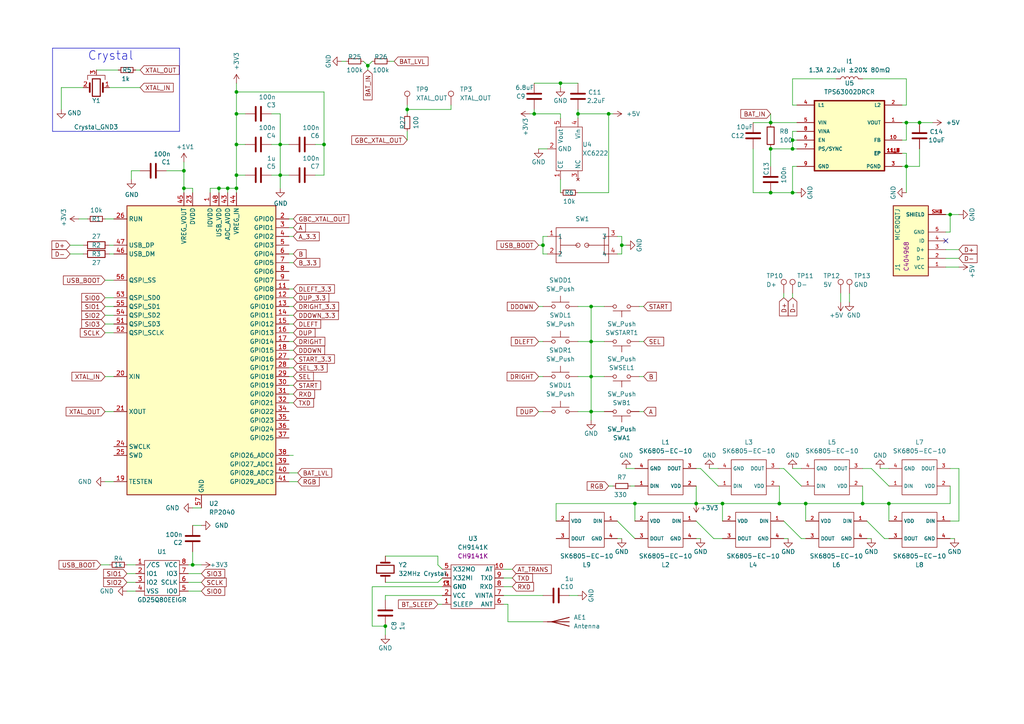
<source format=kicad_sch>
(kicad_sch (version 20230121) (generator eeschema)
  (paper "A4")
  (junction (at 330.2 43.18))
  (junction (at 66.04 54.61))
  (junction (at 229.87 40.64))
  (junction (at 262.89 35.56))
  (junction (at 226.06 146.05))
  (junction (at 171.45 99.06))
  (junction (at 157.48 71.12))
  (junction (at 184.15 146.05))
  (junction (at 223.52 55.88))
  (junction (at 350.52 123.19))
  (junction (at 350.52 22.86))
  (junction (at 350.52 83.82))
  (junction (at 233.68 146.05))
  (junction (at 53.34 49.53))
  (junction (at 154.94 33.02))
  (junction (at 176.53 33.02))
  (junction (at 68.58 33.02))
  (junction (at 350.52 63.5))
  (junction (at 223.52 43.18))
  (junction (at 330.2 53.34))
  (junction (at 359.41 142.24))
  (junction (at 118.11 31.75))
  (junction (at 167.64 33.02))
  (junction (at 201.93 146.05))
  (junction (at 330.2 31.75))
  (junction (at 106.68 19.05))
  (junction (at 330.2 63.5))
  (junction (at 330.2 123.19))
  (junction (at 350.52 142.24))
  (junction (at 209.55 146.05))
  (junction (at 63.5 54.61))
  (junction (at 346.71 43.18))
  (junction (at 93.98 41.91))
  (junction (at 262.89 48.26))
  (junction (at 68.58 54.61))
  (junction (at 330.2 111.76))
  (junction (at 266.7 35.56))
  (junction (at 346.71 123.19))
  (junction (at 68.58 26.67))
  (junction (at 350.52 162.56))
  (junction (at 171.45 88.9))
  (junction (at 330.2 12.7))
  (junction (at 359.41 43.18))
  (junction (at 229.87 43.18))
  (junction (at 350.52 43.18))
  (junction (at 330.2 83.82))
  (junction (at 68.58 50.8))
  (junction (at 180.34 71.12))
  (junction (at 330.2 162.56))
  (junction (at 171.45 109.22))
  (junction (at 359.41 162.56))
  (junction (at 162.56 24.13))
  (junction (at 350.52 102.87))
  (junction (at 330.2 72.39))
  (junction (at 346.71 162.56))
  (junction (at 81.28 41.91))
  (junction (at 229.87 55.88))
  (junction (at 68.58 41.91))
  (junction (at 330.2 142.24))
  (junction (at 330.2 22.86))
  (junction (at 330.2 102.87))
  (junction (at 53.34 54.61))
  (junction (at 346.71 83.82))
  (junction (at 330.2 132.08))
  (junction (at 55.88 163.83))
  (junction (at 223.52 35.56))
  (junction (at 111.76 181.61))
  (junction (at 81.28 50.8))
  (junction (at 250.19 146.05))
  (junction (at 257.81 146.05))
  (junction (at 359.41 22.86))
  (junction (at 330.2 151.13))
  (junction (at 275.59 62.23))
  (junction (at 171.45 119.38))
  (junction (at 330.2 92.71))
  (no_connect (at 274.32 69.85))
  (wire (pts (xy 31.75 25.4) (xy 40.64 25.4)))
  (wire (pts (xy 330.2 72.39) (xy 330.2 73.66)))
  (wire (pts (xy 39.37 20.32) (xy 40.64 20.32)))
  (wire (pts (xy 341.63 115.57) (xy 341.63 111.76)))
  (wire (pts (xy 207.01 156.21) (xy 201.93 151.13)))
  (wire (pts (xy 330.2 12.7) (xy 330.2 13.97)))
  (wire (pts (xy 83.82 137.16) (xy 86.36 137.16)))
  (wire (pts (xy 36.83 166.37) (xy 39.37 166.37)))
  (wire (pts (xy 171.45 109.22) (xy 175.26 109.22)))
  (wire (pts (xy 55.88 160.02) (xy 55.88 163.83)))
  (wire (pts (xy 327.66 123.19) (xy 330.2 123.19)))
  (wire (pts (xy 201.93 156.21) (xy 203.2 156.21)))
  (wire (pts (xy 327.66 92.71) (xy 330.2 92.71)))
  (wire (pts (xy 226.06 135.89) (xy 227.33 135.89)))
  (wire (pts (xy 83.82 101.6) (xy 85.09 101.6)))
  (wire (pts (xy 83.82 73.66) (xy 85.09 73.66)))
  (wire (pts (xy 27.94 20.32) (xy 34.29 20.32)))
  (wire (pts (xy 350.52 72.39) (xy 350.52 73.66)))
  (wire (pts (xy 205.74 135.89) (xy 208.28 135.89)))
  (wire (pts (xy 262.89 44.45) (xy 261.62 44.45)))
  (wire (pts (xy 330.2 132.08) (xy 330.2 133.35)))
  (wire (pts (xy 111.76 181.61) (xy 111.76 184.15)))
  (wire (pts (xy 22.86 63.5) (xy 25.4 63.5)))
  (wire (pts (xy 330.2 151.13) (xy 330.2 152.4)))
  (wire (pts (xy 229.87 22.86) (xy 229.87 30.48)))
  (wire (pts (xy 275.59 140.97) (xy 275.59 146.05)))
  (wire (pts (xy 327.66 12.7) (xy 330.2 12.7)))
  (wire (pts (xy 341.63 72.39) (xy 330.2 72.39)))
  (wire (pts (xy 83.82 106.68) (xy 85.09 106.68)))
  (wire (pts (xy 218.44 35.56) (xy 223.52 35.56)))
  (wire (pts (xy 330.2 123.19) (xy 330.2 120.65)))
  (wire (pts (xy 93.98 26.67) (xy 68.58 26.67)))
  (wire (pts (xy 66.04 54.61) (xy 68.58 54.61)))
  (wire (pts (xy 223.52 33.02) (xy 223.52 35.56)))
  (wire (pts (xy 171.45 119.38) (xy 175.26 119.38)))
  (wire (pts (xy 330.2 53.34) (xy 341.63 53.34)))
  (wire (pts (xy 223.52 43.18) (xy 223.52 48.26)))
  (wire (pts (xy 255.27 135.89) (xy 257.81 135.89)))
  (wire (pts (xy 203.2 135.89) (xy 208.28 140.97)))
  (wire (pts (xy 336.55 83.82) (xy 330.2 83.82)))
  (wire (pts (xy 327.66 162.56) (xy 330.2 162.56)))
  (wire (pts (xy 157.48 68.58) (xy 158.75 68.58)))
  (wire (pts (xy 350.52 21.59) (xy 350.52 22.86)))
  (wire (pts (xy 201.93 135.89) (xy 203.2 135.89)))
  (wire (pts (xy 176.53 140.97) (xy 177.8 140.97)))
  (wire (pts (xy 350.52 31.75) (xy 350.52 33.02)))
  (wire (pts (xy 107.95 181.61) (xy 111.76 181.61)))
  (wire (pts (xy 278.13 135.89) (xy 278.13 151.13)))
  (wire (pts (xy 330.2 31.75) (xy 330.2 33.02)))
  (wire (pts (xy 167.64 88.9) (xy 171.45 88.9)))
  (wire (pts (xy 223.52 55.88) (xy 229.87 55.88)))
  (wire (pts (xy 106.68 19.05) (xy 106.68 20.32)))
  (wire (pts (xy 231.14 38.1) (xy 229.87 38.1)))
  (wire (pts (xy 209.55 146.05) (xy 226.06 146.05)))
  (wire (pts (xy 167.64 33.02) (xy 176.53 33.02)))
  (wire (pts (xy 68.58 50.8) (xy 68.58 54.61)))
  (wire (pts (xy 209.55 146.05) (xy 209.55 151.13)))
  (wire (pts (xy 146.05 167.64) (xy 148.59 167.64)))
  (wire (pts (xy 223.52 35.56) (xy 231.14 35.56)))
  (wire (pts (xy 350.52 151.13) (xy 350.52 152.4)))
  (polyline (pts (xy 15.24 13.97) (xy 15.24 38.1)))
  (wire (pts (xy 83.82 66.04) (xy 85.09 66.04)))
  (wire (pts (xy 350.52 43.18) (xy 359.41 43.18)))
  (wire (pts (xy 111.76 172.72) (xy 111.76 173.99)))
  (wire (pts (xy 242.57 22.86) (xy 229.87 22.86)))
  (wire (pts (xy 262.89 48.26) (xy 262.89 55.88)))
  (wire (pts (xy 83.82 132.08) (xy 85.09 132.08)))
  (wire (pts (xy 229.87 30.48) (xy 231.14 30.48)))
  (wire (pts (xy 227.33 156.21) (xy 228.6 156.21)))
  (wire (pts (xy 327.66 132.08) (xy 330.2 132.08)))
  (wire (pts (xy 53.34 54.61) (xy 55.88 54.61)))
  (polyline (pts (xy 52.07 38.1) (xy 15.24 38.1)))
  (wire (pts (xy 229.87 48.26) (xy 231.14 48.26)))
  (wire (pts (xy 127 168.91) (xy 128.27 167.64)))
  (wire (pts (xy 81.28 50.8) (xy 78.74 50.8)))
  (wire (pts (xy 262.89 40.64) (xy 262.89 35.56)))
  (wire (pts (xy 350.52 62.23) (xy 350.52 63.5)))
  (wire (pts (xy 29.21 163.83) (xy 31.75 163.83)))
  (wire (pts (xy 78.74 33.02) (xy 81.28 33.02)))
  (wire (pts (xy 341.63 154.94) (xy 341.63 151.13)))
  (wire (pts (xy 226.06 146.05) (xy 233.68 146.05)))
  (wire (pts (xy 275.59 135.89) (xy 278.13 135.89)))
  (wire (pts (xy 157.48 73.66) (xy 158.75 73.66)))
  (wire (pts (xy 330.2 22.86) (xy 335.28 22.86)))
  (wire (pts (xy 55.88 54.61) (xy 55.88 55.88)))
  (wire (pts (xy 209.55 156.21) (xy 207.01 156.21)))
  (wire (pts (xy 346.71 43.18) (xy 350.52 43.18)))
  (wire (pts (xy 246.38 85.09) (xy 246.38 87.63)))
  (wire (pts (xy 63.5 54.61) (xy 66.04 54.61)))
  (wire (pts (xy 231.14 40.64) (xy 229.87 40.64)))
  (wire (pts (xy 167.64 31.75) (xy 167.64 33.02)))
  (wire (pts (xy 341.63 92.71) (xy 341.63 95.25)))
  (wire (pts (xy 180.34 71.12) (xy 181.61 71.12)))
  (wire (pts (xy 350.52 43.18) (xy 350.52 40.64)))
  (wire (pts (xy 68.58 41.91) (xy 71.12 41.91)))
  (wire (pts (xy 93.98 41.91) (xy 93.98 50.8)))
  (wire (pts (xy 330.2 140.97) (xy 330.2 142.24)))
  (wire (pts (xy 330.2 62.23) (xy 330.2 63.5)))
  (wire (pts (xy 107.95 170.18) (xy 107.95 181.61)))
  (wire (pts (xy 330.2 21.59) (xy 330.2 22.86)))
  (wire (pts (xy 327.66 22.86) (xy 330.2 22.86)))
  (wire (pts (xy 54.61 171.45) (xy 58.42 171.45)))
  (wire (pts (xy 171.45 99.06) (xy 175.26 99.06)))
  (wire (pts (xy 48.26 49.53) (xy 53.34 49.53)))
  (wire (pts (xy 243.84 85.09) (xy 243.84 87.63)))
  (wire (pts (xy 156.21 119.38) (xy 157.48 119.38)))
  (wire (pts (xy 229.87 55.88) (xy 231.14 55.88)))
  (wire (pts (xy 156.21 43.18) (xy 158.75 43.18)))
  (wire (pts (xy 201.93 146.05) (xy 209.55 146.05)))
  (wire (pts (xy 156.21 71.12) (xy 157.48 71.12)))
  (wire (pts (xy 68.58 24.13) (xy 68.58 26.67)))
  (wire (pts (xy 275.59 156.21) (xy 276.86 156.21)))
  (wire (pts (xy 359.41 43.18) (xy 360.68 43.18)))
  (wire (pts (xy 274.32 77.47) (xy 278.13 77.47)))
  (wire (pts (xy 250.19 135.89) (xy 252.73 135.89)))
  (wire (pts (xy 154.94 31.75) (xy 154.94 33.02)))
  (wire (pts (xy 81.28 50.8) (xy 81.28 54.61)))
  (wire (pts (xy 330.2 102.87) (xy 335.28 102.87)))
  (wire (pts (xy 179.07 73.66) (xy 180.34 73.66)))
  (wire (pts (xy 350.52 123.19) (xy 360.68 123.19)))
  (wire (pts (xy 83.82 93.98) (xy 85.09 93.98)))
  (wire (pts (xy 233.68 156.21) (xy 232.41 156.21)))
  (wire (pts (xy 341.63 12.7) (xy 341.63 15.24)))
  (wire (pts (xy 91.44 41.91) (xy 93.98 41.91)))
  (wire (pts (xy 330.2 162.56) (xy 330.2 160.02)))
  (wire (pts (xy 346.71 162.56) (xy 350.52 162.56)))
  (wire (pts (xy 83.82 86.36) (xy 85.09 86.36)))
  (wire (pts (xy 266.7 43.18) (xy 266.7 48.26)))
  (wire (pts (xy 359.41 22.86) (xy 360.68 22.86)))
  (wire (pts (xy 257.81 146.05) (xy 275.59 146.05)))
  (wire (pts (xy 229.87 40.64) (xy 229.87 43.18)))
  (wire (pts (xy 350.52 111.76) (xy 350.52 113.03)))
  (wire (pts (xy 93.98 26.67) (xy 93.98 41.91)))
  (wire (pts (xy 162.56 52.07) (xy 162.56 55.88)))
  (wire (pts (xy 274.32 72.39) (xy 278.13 72.39)))
  (wire (pts (xy 107.95 17.78) (xy 106.68 19.05)))
  (wire (pts (xy 262.89 35.56) (xy 266.7 35.56)))
  (wire (pts (xy 184.15 146.05) (xy 201.93 146.05)))
  (wire (pts (xy 78.74 41.91) (xy 81.28 41.91)))
  (wire (pts (xy 184.15 146.05) (xy 184.15 151.13)))
  (wire (pts (xy 167.64 119.38) (xy 171.45 119.38)))
  (wire (pts (xy 147.32 180.34) (xy 157.48 180.34)))
  (wire (pts (xy 30.48 91.44) (xy 33.02 91.44)))
  (wire (pts (xy 106.68 19.05) (xy 105.41 17.78)))
  (wire (pts (xy 262.89 30.48) (xy 261.62 30.48)))
  (wire (pts (xy 162.56 34.29) (xy 162.56 33.02)))
  (wire (pts (xy 36.83 163.83) (xy 39.37 163.83)))
  (wire (pts (xy 180.34 71.12) (xy 180.34 73.66)))
  (wire (pts (xy 350.52 102.87) (xy 360.68 102.87)))
  (wire (pts (xy 171.45 88.9) (xy 175.26 88.9)))
  (wire (pts (xy 63.5 54.61) (xy 63.5 55.88)))
  (wire (pts (xy 350.52 92.71) (xy 350.52 93.98)))
  (wire (pts (xy 66.04 54.61) (xy 66.04 55.88)))
  (wire (pts (xy 161.29 146.05) (xy 161.29 151.13)))
  (wire (pts (xy 30.48 93.98) (xy 33.02 93.98)))
  (wire (pts (xy 130.81 30.48) (xy 130.81 31.75)))
  (wire (pts (xy 68.58 41.91) (xy 68.58 50.8)))
  (wire (pts (xy 347.98 22.86) (xy 350.52 22.86)))
  (wire (pts (xy 186.69 99.06) (xy 185.42 99.06)))
  (wire (pts (xy 266.7 35.56) (xy 270.51 35.56)))
  (wire (pts (xy 179.07 156.21) (xy 180.34 156.21)))
  (wire (pts (xy 182.88 140.97) (xy 184.15 140.97)))
  (wire (pts (xy 233.68 146.05) (xy 250.19 146.05)))
  (wire (pts (xy 71.12 33.02) (xy 68.58 33.02)))
  (wire (pts (xy 146.05 165.1) (xy 148.59 165.1)))
  (wire (pts (xy 350.52 101.6) (xy 350.52 102.87)))
  (wire (pts (xy 53.34 46.99) (xy 53.34 49.53)))
  (wire (pts (xy 350.52 162.56) (xy 359.41 162.56)))
  (wire (pts (xy 31.75 71.12) (xy 33.02 71.12)))
  (wire (pts (xy 127 161.29) (xy 127 163.83)))
  (wire (pts (xy 336.55 162.56) (xy 330.2 162.56)))
  (wire (pts (xy 252.73 135.89) (xy 257.81 140.97)))
  (wire (pts (xy 350.52 12.7) (xy 350.52 13.97)))
  (wire (pts (xy 83.82 88.9) (xy 85.09 88.9)))
  (wire (pts (xy 336.55 123.19) (xy 330.2 123.19)))
  (wire (pts (xy 60.96 55.88) (xy 60.96 54.61)))
  (wire (pts (xy 229.87 38.1) (xy 229.87 40.64)))
  (wire (pts (xy 347.98 102.87) (xy 350.52 102.87)))
  (wire (pts (xy 227.33 85.09) (xy 227.33 86.36)))
  (wire (pts (xy 327.66 83.82) (xy 330.2 83.82)))
  (wire (pts (xy 345.44 83.82) (xy 346.71 83.82)))
  (wire (pts (xy 261.62 40.64) (xy 262.89 40.64)))
  (wire (pts (xy 186.69 109.22) (xy 185.42 109.22)))
  (wire (pts (xy 229.87 85.09) (xy 229.87 86.36)))
  (wire (pts (xy 54.61 163.83) (xy 55.88 163.83)))
  (wire (pts (xy 30.48 86.36) (xy 33.02 86.36)))
  (wire (pts (xy 345.44 162.56) (xy 346.71 162.56)))
  (wire (pts (xy 327.66 43.18) (xy 330.2 43.18)))
  (wire (pts (xy 330.2 53.34) (xy 330.2 54.61)))
  (wire (pts (xy 99.06 17.78) (xy 100.33 17.78)))
  (wire (pts (xy 24.13 71.12) (xy 20.32 71.12)))
  (wire (pts (xy 161.29 146.05) (xy 184.15 146.05)))
  (wire (pts (xy 167.64 34.29) (xy 167.64 33.02)))
  (wire (pts (xy 153.67 33.02) (xy 154.94 33.02)))
  (wire (pts (xy 350.52 140.97) (xy 350.52 142.24)))
  (wire (pts (xy 111.76 172.72) (xy 128.27 172.72)))
  (wire (pts (xy 274.32 62.23) (xy 275.59 62.23)))
  (wire (pts (xy 341.63 111.76) (xy 330.2 111.76)))
  (wire (pts (xy 30.48 109.22) (xy 33.02 109.22)))
  (wire (pts (xy 54.61 168.91) (xy 58.42 168.91)))
  (wire (pts (xy 256.54 156.21) (xy 251.46 151.13)))
  (wire (pts (xy 31.75 73.66) (xy 33.02 73.66)))
  (wire (pts (xy 36.83 168.91) (xy 39.37 168.91)))
  (wire (pts (xy 156.21 88.9) (xy 157.48 88.9)))
  (wire (pts (xy 341.63 35.56) (xy 341.63 31.75)))
  (wire (pts (xy 83.82 111.76) (xy 85.09 111.76)))
  (wire (pts (xy 330.2 92.71) (xy 341.63 92.71)))
  (wire (pts (xy 83.82 99.06) (xy 85.09 99.06)))
  (wire (pts (xy 167.64 55.88) (xy 176.53 55.88)))
  (wire (pts (xy 330.2 43.18) (xy 330.2 40.64)))
  (wire (pts (xy 68.58 26.67) (xy 68.58 33.02)))
  (wire (pts (xy 36.83 171.45) (xy 39.37 171.45)))
  (wire (pts (xy 107.95 170.18) (xy 128.27 170.18)))
  (wire (pts (xy 83.82 114.3) (xy 85.09 114.3)))
  (wire (pts (xy 262.89 22.86) (xy 262.89 30.48)))
  (wire (pts (xy 93.98 50.8) (xy 91.44 50.8)))
  (wire (pts (xy 83.82 109.22) (xy 85.09 109.22)))
  (wire (pts (xy 157.48 71.12) (xy 157.48 73.66)))
  (wire (pts (xy 262.89 44.45) (xy 262.89 48.26)))
  (wire (pts (xy 350.52 132.08) (xy 350.52 133.35)))
  (wire (pts (xy 232.41 156.21) (xy 227.33 151.13)))
  (wire (pts (xy 118.11 31.75) (xy 130.81 31.75)))
  (wire (pts (xy 118.11 38.1) (xy 118.11 40.64)))
  (wire (pts (xy 167.64 99.06) (xy 171.45 99.06)))
  (wire (pts (xy 186.69 119.38) (xy 185.42 119.38)))
  (wire (pts (xy 30.48 139.7) (xy 33.02 139.7)))
  (wire (pts (xy 147.32 175.26) (xy 147.32 180.34)))
  (wire (pts (xy 233.68 146.05) (xy 233.68 151.13)))
  (wire (pts (xy 350.52 162.56) (xy 350.52 160.02)))
  (wire (pts (xy 146.05 172.72) (xy 157.48 172.72)))
  (wire (pts (xy 350.52 53.34) (xy 350.52 54.61)))
  (wire (pts (xy 350.52 83.82) (xy 350.52 81.28)))
  (wire (pts (xy 341.63 151.13) (xy 330.2 151.13)))
  (wire (pts (xy 257.81 146.05) (xy 257.81 151.13)))
  (wire (pts (xy 347.98 142.24) (xy 350.52 142.24)))
  (wire (pts (xy 53.34 49.53) (xy 53.34 54.61)))
  (wire (pts (xy 162.56 24.13) (xy 167.64 24.13)))
  (wire (pts (xy 346.71 123.19) (xy 350.52 123.19)))
  (wire (pts (xy 201.93 140.97) (xy 201.93 146.05)))
  (wire (pts (xy 275.59 62.23) (xy 278.13 62.23)))
  (wire (pts (xy 266.7 48.26) (xy 262.89 48.26)))
  (wire (pts (xy 261.62 35.56) (xy 262.89 35.56)))
  (wire (pts (xy 111.76 168.91) (xy 127 168.91)))
  (wire (pts (xy 30.48 81.28) (xy 33.02 81.28)))
  (wire (pts (xy 350.52 63.5) (xy 360.68 63.5)))
  (wire (pts (xy 30.48 96.52) (xy 33.02 96.52)))
  (wire (pts (xy 68.58 33.02) (xy 68.58 41.91)))
  (wire (pts (xy 17.78 25.4) (xy 24.13 25.4)))
  (wire (pts (xy 171.45 99.06) (xy 171.45 109.22)))
  (wire (pts (xy 30.48 88.9) (xy 33.02 88.9)))
  (wire (pts (xy 345.44 43.18) (xy 346.71 43.18)))
  (wire (pts (xy 275.59 151.13) (xy 278.13 151.13)))
  (wire (pts (xy 345.44 123.19) (xy 346.71 123.19)))
  (wire (pts (xy 55.88 163.83) (xy 58.42 163.83)))
  (wire (pts (xy 40.64 49.53) (xy 38.1 49.53)))
  (wire (pts (xy 327.66 63.5) (xy 330.2 63.5)))
  (polyline (pts (xy 52.07 13.97) (xy 52.07 38.1)))
  (wire (pts (xy 83.82 104.14) (xy 85.09 104.14)))
  (wire (pts (xy 68.58 54.61) (xy 68.58 55.88)))
  (wire (pts (xy 359.41 162.56) (xy 360.68 162.56)))
  (wire (pts (xy 336.55 43.18) (xy 330.2 43.18)))
  (wire (pts (xy 156.21 99.06) (xy 157.48 99.06)))
  (wire (pts (xy 251.46 156.21) (xy 252.73 156.21)))
  (wire (pts (xy 83.82 116.84) (xy 85.09 116.84)))
  (wire (pts (xy 83.82 96.52) (xy 85.09 96.52)))
  (wire (pts (xy 341.63 132.08) (xy 341.63 134.62)))
  (wire (pts (xy 250.19 22.86) (xy 262.89 22.86)))
  (wire (pts (xy 227.33 135.89) (xy 232.41 140.97)))
  (wire (pts (xy 330.2 132.08) (xy 341.63 132.08)))
  (wire (pts (xy 81.28 41.91) (xy 81.28 50.8)))
  (wire (pts (xy 111.76 161.29) (xy 127 161.29)))
  (wire (pts (xy 83.82 83.82) (xy 85.09 83.82)))
  (wire (pts (xy 81.28 41.91) (xy 83.82 41.91)))
  (wire (pts (xy 17.78 25.4) (xy 17.78 31.75)))
  (wire (pts (xy 257.81 156.21) (xy 256.54 156.21)))
  (wire (pts (xy 83.82 63.5) (xy 85.09 63.5)))
  (wire (pts (xy 162.56 33.02) (xy 154.94 33.02)))
  (wire (pts (xy 157.48 68.58) (xy 157.48 71.12)))
  (wire (pts (xy 128.27 165.1) (xy 127 163.83)))
  (wire (pts (xy 341.63 31.75) (xy 330.2 31.75)))
  (wire (pts (xy 184.15 156.21) (xy 179.07 151.13)))
  (wire (pts (xy 113.03 17.78) (xy 114.3 17.78)))
  (wire (pts (xy 229.87 135.89) (xy 232.41 135.89)))
  (wire (pts (xy 274.32 74.93) (xy 278.13 74.93)))
  (wire (pts (xy 171.45 119.38) (xy 171.45 121.92)))
  (wire (pts (xy 229.87 48.26) (xy 229.87 55.88)))
  (wire (pts (xy 330.2 63.5) (xy 335.28 63.5)))
  (wire (pts (xy 83.82 139.7) (xy 86.36 139.7)))
  (wire (pts (xy 327.66 142.24) (xy 330.2 142.24)))
  (wire (pts (xy 38.1 49.53) (xy 38.1 52.07)))
  (wire (pts (xy 330.2 12.7) (xy 341.63 12.7)))
  (wire (pts (xy 330.2 83.82) (xy 330.2 81.28)))
  (wire (pts (xy 350.52 83.82) (xy 360.68 83.82)))
  (wire (pts (xy 118.11 30.48) (xy 118.11 31.75)))
  (wire (pts (xy 176.53 33.02) (xy 177.8 33.02)))
  (wire (pts (xy 341.63 53.34) (xy 341.63 55.88)))
  (wire (pts (xy 68.58 50.8) (xy 71.12 50.8)))
  (wire (pts (xy 186.69 88.9) (xy 185.42 88.9)))
  (wire (pts (xy 180.34 68.58) (xy 180.34 71.12)))
  (wire (pts (xy 179.07 68.58) (xy 180.34 68.58)))
  (wire (pts (xy 30.48 63.5) (xy 33.02 63.5)))
  (wire (pts (xy 127 175.26) (xy 128.27 175.26)))
  (wire (pts (xy 341.63 76.2) (xy 341.63 72.39)))
  (wire (pts (xy 330.2 92.71) (xy 330.2 93.98)))
  (wire (pts (xy 218.44 43.18) (xy 218.44 55.88)))
  (wire (pts (xy 223.52 43.18) (xy 229.87 43.18)))
  (wire (pts (xy 250.19 140.97) (xy 250.19 146.05)))
  (wire (pts (xy 154.94 24.13) (xy 162.56 24.13)))
  (wire (pts (xy 250.19 146.05) (xy 257.81 146.05)))
  (wire (pts (xy 181.61 135.89) (xy 184.15 135.89)))
  (wire (pts (xy 162.56 24.13) (xy 162.56 25.4)))
  (wire (pts (xy 167.64 109.22) (xy 171.45 109.22)))
  (wire (pts (xy 229.87 43.18) (xy 231.14 43.18)))
  (wire (pts (xy 274.32 67.31) (xy 275.59 67.31)))
  (wire (pts (xy 146.05 170.18) (xy 148.59 170.18)))
  (wire (pts (xy 81.28 50.8) (xy 83.82 50.8)))
  (polyline (pts (xy 15.24 13.97) (xy 52.07 13.97)))
  (wire (pts (xy 171.45 109.22) (xy 171.45 119.38)))
  (wire (pts (xy 81.28 33.02) (xy 81.28 41.91)))
  (wire (pts (xy 275.59 67.31) (xy 275.59 62.23)))
  (wire (pts (xy 83.82 68.58) (xy 85.09 68.58)))
  (wire (pts (xy 146.05 175.26) (xy 147.32 175.26)))
  (wire (pts (xy 53.34 54.61) (xy 53.34 55.88)))
  (wire (pts (xy 24.13 73.66) (xy 20.32 73.66)))
  (wire (pts (xy 83.82 91.44) (xy 85.09 91.44)))
  (wire (pts (xy 165.1 172.72) (xy 167.64 172.72)))
  (wire (pts (xy 350.52 142.24) (xy 359.41 142.24)))
  (wire (pts (xy 30.48 119.38) (xy 33.02 119.38)))
  (wire (pts (xy 176.53 33.02) (xy 176.53 55.88)))
  (wire (pts (xy 55.88 147.32) (xy 58.42 147.32)))
  (wire (pts (xy 60.96 54.61) (xy 63.5 54.61)))
  (wire (pts (xy 359.41 142.24) (xy 360.68 142.24)))
  (wire (pts (xy 330.2 142.24) (xy 335.28 142.24)))
  (wire (pts (xy 83.82 76.2) (xy 85.09 76.2)))
  (wire (pts (xy 346.71 83.82) (xy 350.52 83.82)))
  (wire (pts (xy 330.2 111.76) (xy 330.2 113.03)))
  (wire (pts (xy 350.52 123.19) (xy 350.52 120.65)))
  (wire (pts (xy 118.11 31.75) (xy 118.11 33.02)))
  (wire (pts (xy 347.98 63.5) (xy 350.52 63.5)))
  (wire (pts (xy 327.66 53.34) (xy 330.2 53.34)))
  (wire (pts (xy 350.52 22.86) (xy 359.41 22.86)))
  (wire (pts (xy 55.88 152.4) (xy 58.42 152.4)))
  (wire (pts (xy 226.06 140.97) (xy 226.06 146.05)))
  (wire (pts (xy 330.2 101.6) (xy 330.2 102.87)))
  (wire (pts (xy 218.44 55.88) (xy 223.52 55.88)))
  (wire (pts (xy 262.89 48.26) (xy 261.62 48.26)))
  (wire (pts (xy 156.21 109.22) (xy 157.48 109.22)))
  (wire (pts (xy 327.66 102.87) (xy 330.2 102.87)))
  (wire (pts (xy 171.45 88.9) (xy 171.45 99.06)))
  (wire (pts (xy 54.61 166.37) (xy 58.42 166.37)))
  (text "Crystal" (at 25.4 17.78 0) (effects (font (size 2.54 2.54)) (justify left bottom)))
  (global_label "BAT_IN" (shape input) (at 223.52 33.02 180) (property "Intersheetrefs" "${INTERSHEET_REFS}" (effects hide)))
  (global_label "SCLK" (shape input) (at 58.42 168.91 0) (property "Intersheetrefs" "${INTERSHEET_REFS}" (effects hide)))
  (global_label "SEL" (shape input) (at 85.09 109.22 0) (property "Intersheetrefs" "${INTERSHEET_REFS}" (effects hide)))
  (global_label "DUP" (shape input) (at 156.21 119.38 180) (property "Intersheetrefs" "${INTERSHEET_REFS}" (effects hide)))
  (global_label "SEL_3.3" (shape input) (at 327.66 142.24 180) (property "Intersheetrefs" "${INTERSHEET_REFS}" (effects hide)))
  (global_label "D+" (shape input) (at 278.13 72.39 0) (property "Intersheetrefs" "${INTERSHEET_REFS}" (effects hide)))
  (global_label "TXD" (shape input) (at 85.09 116.84 0) (property "Intersheetrefs" "${INTERSHEET_REFS}" (effects hide)))
  (global_label "START" (shape input) (at 186.69 88.9 0) (property "Intersheetrefs" "${INTERSHEET_REFS}" (effects hide)))
  (global_label "XTAL_IN" (shape input) (at 30.48 109.22 180) (property "Intersheetrefs" "${INTERSHEET_REFS}" (effects hide)))
  (global_label "A" (shape input) (at 85.09 66.04 0) (property "Intersheetrefs" "${INTERSHEET_REFS}" (effects hide)))
  (global_label "DLEFT_3.3" (shape input) (at 327.66 83.82 180) (property "Intersheetrefs" "${INTERSHEET_REFS}" (effects hide)))
  (global_label "RGB" (shape input) (at 176.53 140.97 180) (property "Intersheetrefs" "${INTERSHEET_REFS}" (effects hide)))
  (global_label "START_3.3" (shape input) (at 327.66 162.56 180) (property "Intersheetrefs" "${INTERSHEET_REFS}" (effects hide)))
  (global_label "SIO3" (shape input) (at 30.48 93.98 180) (property "Intersheetrefs" "${INTERSHEET_REFS}" (effects hide)))
  (global_label "GBC_XTAL_OUT" (shape input) (at 85.09 63.5 0) (property "Intersheetrefs" "${INTERSHEET_REFS}" (effects hide)))
  (global_label "DDOWN_3.3" (shape input) (at 85.09 91.44 0) (property "Intersheetrefs" "${INTERSHEET_REFS}" (effects hide)))
  (global_label "START_3.3" (shape input) (at 85.09 104.14 0) (property "Intersheetrefs" "${INTERSHEET_REFS}" (effects hide)))
  (global_label "USB_BOOT" (shape input) (at 29.21 163.83 180) (property "Intersheetrefs" "${INTERSHEET_REFS}" (effects hide)))
  (global_label "DUP_3.3" (shape input) (at 85.09 86.36 0) (property "Intersheetrefs" "${INTERSHEET_REFS}" (effects hide)))
  (global_label "DRIGHT_5" (shape input) (at 360.68 123.19 0) (property "Intersheetrefs" "${INTERSHEET_REFS}" (effects hide)))
  (global_label "DUP" (shape input) (at 85.09 96.52 0) (property "Intersheetrefs" "${INTERSHEET_REFS}" (effects hide)))
  (global_label "RXD" (shape input) (at 148.59 170.18 0) (property "Intersheetrefs" "${INTERSHEET_REFS}" (effects hide)))
  (global_label "GBC_XTAL_OUT" (shape input) (at 118.11 40.64 180) (property "Intersheetrefs" "${INTERSHEET_REFS}" (effects hide)))
  (global_label "XTAL_OUT" (shape input) (at 30.48 119.38 180) (property "Intersheetrefs" "${INTERSHEET_REFS}" (effects hide)))
  (global_label "DUP_5" (shape input) (at 360.68 63.5 0) (property "Intersheetrefs" "${INTERSHEET_REFS}" (effects hide)))
  (global_label "DDOWN_3.3" (shape input) (at 327.66 102.87 180) (property "Intersheetrefs" "${INTERSHEET_REFS}" (effects hide)))
  (global_label "DLEFT" (shape input) (at 156.21 99.06 180) (property "Intersheetrefs" "${INTERSHEET_REFS}" (effects hide)))
  (global_label "A_5" (shape input) (at 360.68 22.86 0) (property "Intersheetrefs" "${INTERSHEET_REFS}" (effects hide)))
  (global_label "DLEFT" (shape input) (at 85.09 93.98 0) (property "Intersheetrefs" "${INTERSHEET_REFS}" (effects hide)))
  (global_label "RXD" (shape input) (at 85.09 114.3 0) (property "Intersheetrefs" "${INTERSHEET_REFS}" (effects hide)))
  (global_label "B" (shape input) (at 186.69 109.22 0) (property "Intersheetrefs" "${INTERSHEET_REFS}" (effects hide)))
  (global_label "DLEFT_5" (shape input) (at 360.68 83.82 0) (property "Intersheetrefs" "${INTERSHEET_REFS}" (effects hide)))
  (global_label "A_3.3" (shape input) (at 327.66 22.86 180) (property "Intersheetrefs" "${INTERSHEET_REFS}" (effects hide)))
  (global_label "DDOWN_5" (shape input) (at 360.68 102.87 0) (property "Intersheetrefs" "${INTERSHEET_REFS}" (effects hide)))
  (global_label "XTAL_IN" (shape input) (at 40.64 25.4 0) (property "Intersheetrefs" "${INTERSHEET_REFS}" (effects hide)))
  (global_label "D+" (shape input) (at 20.32 71.12 180) (property "Intersheetrefs" "${INTERSHEET_REFS}" (effects hide)))
  (global_label "AT_TRANS" (shape input) (at 148.59 165.1 0) (property "Intersheetrefs" "${INTERSHEET_REFS}" (effects hide)))
  (global_label "SEL_3.3" (shape input) (at 85.09 106.68 0) (property "Intersheetrefs" "${INTERSHEET_REFS}" (effects hide)))
  (global_label "DRIGHT" (shape input) (at 156.21 109.22 180) (property "Intersheetrefs" "${INTERSHEET_REFS}" (effects hide)))
  (global_label "DDOWN" (shape input) (at 85.09 101.6 0) (property "Intersheetrefs" "${INTERSHEET_REFS}" (effects hide)))
  (global_label "DUP_3.3" (shape input) (at 327.66 63.5 180) (property "Intersheetrefs" "${INTERSHEET_REFS}" (effects hide)))
  (global_label "B_3.3" (shape input) (at 327.66 43.18 180) (property "Intersheetrefs" "${INTERSHEET_REFS}" (effects hide)))
  (global_label "DDOWN" (shape input) (at 156.21 88.9 180) (property "Intersheetrefs" "${INTERSHEET_REFS}" (effects hide)))
  (global_label "D-" (shape input) (at 20.32 73.66 180) (property "Intersheetrefs" "${INTERSHEET_REFS}" (effects hide)))
  (global_label "SIO1" (shape input) (at 36.83 166.37 180) (property "Intersheetrefs" "${INTERSHEET_REFS}" (effects hide)))
  (global_label "SIO0" (shape input) (at 58.42 171.45 0) (property "Intersheetrefs" "${INTERSHEET_REFS}" (effects hide)))
  (global_label "SEL_5" (shape input) (at 360.68 142.24 0) (property "Intersheetrefs" "${INTERSHEET_REFS}" (effects hide)))
  (global_label "START_5" (shape input) (at 360.68 162.56 0) (property "Intersheetrefs" "${INTERSHEET_REFS}" (effects hide)))
  (global_label "USB_BOOT" (shape input) (at 30.48 81.28 180) (property "Intersheetrefs" "${INTERSHEET_REFS}" (effects hide)))
  (global_label "A_3.3" (shape input) (at 85.09 68.58 0) (property "Intersheetrefs" "${INTERSHEET_REFS}" (effects hide)))
  (global_label "TXD" (shape input) (at 148.59 167.64 0) (property "Intersheetrefs" "${INTERSHEET_REFS}" (effects hide)))
  (global_label "B_5" (shape input) (at 360.68 43.18 0) (property "Intersheetrefs" "${INTERSHEET_REFS}" (effects hide)))
  (global_label "START" (shape input) (at 85.09 111.76 0) (property "Intersheetrefs" "${INTERSHEET_REFS}" (effects hide)))
  (global_label "SIO2" (shape input) (at 36.83 168.91 180) (property "Intersheetrefs" "${INTERSHEET_REFS}" (effects hide)))
  (global_label "D-" (shape input) (at 229.87 86.36 270) (property "Intersheetrefs" "${INTERSHEET_REFS}" (effects hide)))
  (global_label "SCLK" (shape input) (at 30.48 96.52 180) (property "Intersheetrefs" "${INTERSHEET_REFS}" (effects hide)))
  (global_label "SEL" (shape input) (at 186.69 99.06 0) (property "Intersheetrefs" "${INTERSHEET_REFS}" (effects hide)))
  (global_label "D-" (shape input) (at 278.13 74.93 0) (property "Intersheetrefs" "${INTERSHEET_REFS}" (effects hide)))
  (global_label "RGB" (shape input) (at 86.36 139.7 0) (property "Intersheetrefs" "${INTERSHEET_REFS}" (effects hide)))
  (global_label "DRIGHT_3.3" (shape input) (at 327.66 123.19 180) (property "Intersheetrefs" "${INTERSHEET_REFS}" (effects hide)))
  (global_label "BT_SLEEP" (shape input) (at 127 175.26 180) (property "Intersheetrefs" "${INTERSHEET_REFS}" (effects hide)))
  (global_label "XTAL_OUT" (shape input) (at 40.64 20.32 0) (property "Intersheetrefs" "${INTERSHEET_REFS}" (effects hide)))
  (global_label "SIO0" (shape input) (at 30.48 86.36 180) (property "Intersheetrefs" "${INTERSHEET_REFS}" (effects hide)))
  (global_label "DRIGHT" (shape input) (at 85.09 99.06 0) (property "Intersheetrefs" "${INTERSHEET_REFS}" (effects hide)))
  (global_label "SIO2" (shape input) (at 30.48 91.44 180) (property "Intersheetrefs" "${INTERSHEET_REFS}" (effects hide)))
  (global_label "D+" (shape input) (at 227.33 86.36 270) (property "Intersheetrefs" "${INTERSHEET_REFS}" (effects hide)))
  (global_label "B_3.3" (shape input) (at 85.09 76.2 0) (property "Intersheetrefs" "${INTERSHEET_REFS}" (effects hide)))
  (global_label "BAT_LVL" (shape input) (at 86.36 137.16 0) (property "Intersheetrefs" "${INTERSHEET_REFS}" (effects hide)))
  (global_label "B" (shape input) (at 85.09 73.66 0) (property "Intersheetrefs" "${INTERSHEET_REFS}" (effects hide)))
  (global_label "A" (shape input) (at 186.69 119.38 0) (property "Intersheetrefs" "${INTERSHEET_REFS}" (effects hide)))
  (global_label "DRIGHT_3.3" (shape input) (at 85.09 88.9 0) (property "Intersheetrefs" "${INTERSHEET_REFS}" (effects hide)))
  (global_label "SIO1" (shape input) (at 30.48 88.9 180) (property "Intersheetrefs" "${INTERSHEET_REFS}" (effects hide)))
  (global_label "DLEFT_3.3" (shape input) (at 85.09 83.82 0) (property "Intersheetrefs" "${INTERSHEET_REFS}" (effects hide)))
  (global_label "BAT_IN" (shape input) (at 106.68 20.32 270) (property "Intersheetrefs" "${INTERSHEET_REFS}" (effects hide)))
  (global_label "SIO3" (shape input) (at 58.42 166.37 0) (property "Intersheetrefs" "${INTERSHEET_REFS}" (effects hide)))
  (global_label "BAT_LVL" (shape input) (at 114.3 17.78 0) (property "Intersheetrefs" "${INTERSHEET_REFS}" (effects hide)))
  (global_label "USB_BOOT" (shape input) (at 156.21 71.12 180) (property "Intersheetrefs" "${INTERSHEET_REFS}" (effects hide)))
  (symbol (lib_id "Device:R") (at 350.52 116.84 0) (unit 1)
    (property "Reference" "R22" (at 353.06 115.5699 0) (effects (justify left)))
    (property "Value" "1k" (at 353.06 118.1099 0) (effects (justify left)))
    (property "Footprint" "Resistor_SMD:R_0201_0603Metric" (effects hide))
  )
  (symbol (lib_id "Device:Crystal") (at 111.76 165.1 270) (unit 1)
    (property "Reference" "Y2" (at 115.57 163.83 90) (effects (justify left)))
    (property "Value" "32MHz Crystal" (at 115.57 166.37 90) (effects (justify left)))
    (property "Footprint" "Oscillator:Oscillator_SMD_EuroQuartz_XO32-4Pin_3.2x2.5mm" (effects hide))
    (property "Datasheet" "https://www.lcsc.com/datasheet/lcsc_datasheet_2309061001_JWT-CF4032M00012T5074007_C16197273.pdf" (effects hide))
    (property "MPN" "CF4032M00012T5074007" (effects hide))
  )
  (symbol (lib_id "Device:R") (at 330.2 156.21 0) (unit 1)
    (property "Reference" "R16" (at 332.74 154.9399 0) (effects (justify left)))
    (property "Value" "1k" (at 332.74 157.4799 0) (effects (justify left)))
    (property "Footprint" "Resistor_SMD:R_0201_0603Metric" (effects hide))
  )
  (symbol (lib_id "power:GND") (at 167.64 172.72 90) (unit 1)
    (property "Reference" "#PWR016" (effects hide))
    (property "Value" "GND" (at 171.45 172.72 0))
  )
  (symbol (lib_id "Device:R") (at 350.52 58.42 0) (unit 1)
    (property "Reference" "R19" (at 353.06 57.1499 0) (effects (justify left)))
    (property "Value" "1k" (at 353.06 59.6899 0) (effects (justify left)))
    (property "Footprint" "Resistor_SMD:R_0201_0603Metric" (effects hide))
  )
  (symbol (lib_id "power:GND") (at 38.1 52.07 0) (unit 1)
    (property "Reference" "#PWR05" (effects hide))
    (property "Value" "GND" (at 38.227 56.4642 0))
  )
  (symbol (lib_id "power:GND") (at 255.27 135.89 180) (unit 1)
    (property "Reference" "#PWR027" (effects hide))
    (property "Value" "GND" (at 255.27 132.08 0))
  )
  (symbol (lib_id "power:GND") (at 156.21 43.18 0) (unit 1)
    (property "Reference" "#PWR014" (effects hide))
    (property "Value" "GND" (at 156.21 46.99 0))
  )
  (symbol (lib_id "Device:C") (at 154.94 27.94 180) (unit 1)
    (property "Reference" "C9" (at 152.4 27.94 0) (effects (justify left)))
    (property "Value" "6.8uF" (at 154.94 25.4 0) (effects (justify left)))
    (property "Footprint" "Capacitor_SMD:C_0603_1608Metric" (effects hide))
  )
  (symbol (lib_id "power:+5V") (at 350.52 111.76 270) (unit 1)
    (property "Reference" "#PWR044" (effects hide))
    (property "Value" "+5V" (at 354.33 111.76 90) (effects (justify left)))
  )
  (symbol (lib_id "hhl:MICROQTJ") (at 264.16 69.85 180) (unit 1)
    (property "Reference" "J1" (at 260.35 78.74 90) (effects (justify right)))
    (property "Value" "MICROQTJ" (at 260.35 69.85 90) (effects (justify right)))
    (property "Footprint" "hhl:SHOUHAN_MICROQTJ" (effects hide))
    (property "Datasheet" "https://www.lcsc.com/datasheet/lcsc_datasheet_1912111437_SHOU-HAN-MicroQTJ_C404968.pdf" (effects hide))
    (property "MF" "shou han" (effects hide))
    (property "MAXIMUM_PACKAGE_HEIGHT" "2.4 mm" (effects hide))
    (property "Package" "None" (effects hide))
    (property "Price" "None" (effects hide))
    (property "Check_prices" "https://www.snapeda.com/parts/MICROQTJ/Shouhan/view-part/?ref=eda" (effects hide))
    (property "STANDARD" "Manufacturer Recommendations" (effects hide))
    (property "PARTREV" "A/0" (effects hide))
    (property "SnapEDA_Link" "https://www.snapeda.com/parts/MICROQTJ/Shouhan/view-part/?ref=snap" (effects hide))
    (property "MPN" "MICROQTJ" (effects hide))
    (property "Description" "\n" (effects hide))
    (property "MANUFACTURER" "Shouhan" (effects hide))
    (property "Availability" "Not in stock" (effects hide))
    (property "SNAPEDA_PN" "MICROQTJ" (effects hide))
    (property "LCSC" "C404968" (at 262.89 78.74 90) (effects (justify right)))
  )
  (symbol (lib_id "Device:R") (at 350.52 17.78 0) (unit 1)
    (property "Reference" "R17" (at 353.06 16.5099 0) (effects (justify left)))
    (property "Value" "1k" (at 353.06 19.0499 0) (effects (justify left)))
    (property "Footprint" "Resistor_SMD:R_0201_0603Metric" (effects hide))
  )
  (symbol (lib_id "power:GND") (at 58.42 152.4 90) (unit 1)
    (property "Reference" "#PWR08" (effects hide))
    (property "Value" "GND" (at 62.23 152.4 90) (effects (justify right)))
  )
  (symbol (lib_id "power:GND") (at 181.61 71.12 90) (unit 1)
    (property "Reference" "#PWR018" (effects hide))
    (property "Value" "GND" (at 185.42 71.12 0))
  )
  (symbol (lib_id "Connector:TestPoint") (at 246.38 85.09 0) (unit 1)
    (property "Reference" "TP13" (at 247.65 80.01 0) (effects (justify left)))
    (property "Value" "GND" (at 247.65 82.55 0) (effects (justify left)))
    (property "Footprint" "TestPoint:TestPoint_Pad_2.5x2.5mm" (effects hide))
  )
  (symbol (lib_id "Device:C") (at 218.44 39.37 180) (unit 1)
    (property "Reference" "C12" (at 215.9 39.37 0) (effects (justify left)))
    (property "Value" "10uF" (at 218.44 36.83 0) (effects (justify left)))
    (property "Footprint" "Capacitor_SMD:C_0805_2012Metric" (effects hide))
  )
  (symbol (lib_id "Switch:SW_Push") (at 162.56 109.22 0) (unit 1)
    (property "Reference" "SWDR1" (at 162.56 101.6 0))
    (property "Value" "SW_Push" (at 162.56 104.14 0))
    (property "Footprint" "hhl:ring_dpad" (effects hide))
  )
  (symbol (lib_id "power:GND") (at 99.06 17.78 270) (unit 1)
    (property "Reference" "#PWR048" (effects hide))
    (property "Value" "GND" (at 95.25 17.78 0))
  )
  (symbol (lib_id "hhl:TPS63000DRCR") (at 246.38 38.1 0) (unit 1)
    (property "Reference" "U5" (at 246.38 24.13 0))
    (property "Value" "TPS63002DRCR" (at 246.38 26.67 0))
    (property "Footprint" "hhl:VREG_V62_16624-01YE" (effects hide))
    (property "MF" "Texas Instruments" (effects hide))
    (property "Description" "\nHigh efficiency Buck-Boost Converter with 1.8A Current Switches in 3x3 QFN\n" (effects hide))
    (property "Package" "VSON-10 Texas Instruments" (effects hide))
    (property "Price" "None" (effects hide))
    (property "SnapEDA_Link" "https://www.snapeda.com/parts/TPS63000DRCR/Texas+Instruments/view-part/?ref=snap" (effects hide))
    (property "MPN" "TPS63002DRCR" (effects hide))
    (property "Purchase-URL" "https://www.snapeda.com/api/url_track_click_mouser/?unipart_id=43802&manufacturer=Texas Instruments&part_name=TPS63000DRCR&search_term=tps63000drcr" (effects hide))
    (property "Availability" "In Stock" (effects hide))
    (property "Check_prices" "https://www.snapeda.com/parts/TPS63000DRCR/Texas+Instruments/view-part/?ref=eda" (effects hide))
  )
  (symbol (lib_id "power:+3V3") (at 330.2 72.39 90) (unit 1)
    (property "Reference" "#PWR036" (effects hide))
    (property "Value" "+3V3" (at 323.85 72.39 90))
  )
  (symbol (lib_id "Device:R_Small") (at 36.83 20.32 90) (unit 1)
    (property "Reference" "R5" (at 36.83 20.32 90))
    (property "Value" "1k" (at 36.449 22.86 90))
    (property "Footprint" "Resistor_SMD:R_0201_0603Metric" (effects hide))
  )
  (symbol (lib_id "Device:R_Small") (at 110.49 17.78 90) (unit 1)
    (property "Reference" "R26" (at 110.49 16.51 90))
    (property "Value" "100k" (at 110.49 20.32 90))
    (property "Footprint" "Resistor_SMD:R_0201_0603Metric" (effects hide))
  )
  (symbol (lib_id "Switch:SW_Push") (at 162.56 119.38 0) (unit 1)
    (property "Reference" "SWDU1" (at 162.56 111.76 0))
    (property "Value" "SW_Push" (at 162.56 114.3 0))
    (property "Footprint" "hhl:ring_dpad" (effects hide))
  )
  (symbol (lib_id "power:GND") (at 181.61 135.89 180) (unit 1)
    (property "Reference" "#PWR019" (effects hide))
    (property "Value" "GND" (at 181.61 132.08 0))
  )
  (symbol (lib_id "hhl:XC6222B331PR-G") (at 165.1 43.18 90) (unit 1)
    (property "Reference" "U4" (at 168.91 41.91 90) (effects (justify right)))
    (property "Value" "XC6222" (at 168.91 44.45 90) (effects (justify right)))
    (property "Footprint" "hhl:SOT-89-5" (effects hide))
    (property "Datasheet" "https://mm.digikey.com/Volume0/opasdata/d220001/medias/docus/642/XC6222.pdf" (effects hide))
    (property "MPN" "XC6222B331PR-G" (effects hide))
  )
  (symbol (lib_id "Connector:TestPoint") (at 359.41 22.86 0) (unit 1)
    (property "Reference" "TP1" (at 361.95 18.288 0) (effects (justify left)))
    (property "Value" "TestPoint" (at 361.95 20.828 0) (effects (justify left)))
    (property "Footprint" "TestPoint:TestPoint_Pad_2.5x2.5mm" (effects hide))
  )
  (symbol (lib_id "Device:C") (at 87.63 50.8 90) (unit 1)
    (property "Reference" "C7" (at 92.71 48.26 90) (effects (justify left)))
    (property "Value" "100n" (at 92.71 45.9486 90) (effects (justify left)))
    (property "Footprint" "Capacitor_SMD:C_0402_1005Metric" (effects hide))
  )
  (symbol (lib_id "gcp2:SK6805-EC-15") (at 241.3 138.43 0) (unit 1)
    (property "Reference" "L5" (at 241.3 128.27 0))
    (property "Value" "SK6805-EC-10" (at 241.3 130.81 0))
    (property "Footprint" "hhl:SK6805-EC-10" (effects hide))
    (property "Datasheet" "${KIPRJMOD}/../progcc_v3_libs/docs/SK6805-EC-15.pdf" (effects hide))
  )
  (symbol (lib_id "power:GND") (at 262.89 55.88 270) (unit 1)
    (property "Reference" "#PWR028" (effects hide))
    (property "Value" "GND" (at 259.08 55.88 0))
  )
  (symbol (lib_id "gcp2:SK6805-EC-15") (at 242.57 153.67 180) (unit 1)
    (property "Reference" "L6" (at 242.57 163.83 0))
    (property "Value" "SK6805-EC-10" (at 242.57 161.29 0))
    (property "Footprint" "hhl:SK6805-EC-10" (effects hide))
    (property "Datasheet" "${KIPRJMOD}/../progcc_v3_libs/docs/SK6805-EC-15.pdf" (effects hide))
  )
  (symbol (lib_id "Device:C") (at 87.63 41.91 90) (unit 1)
    (property "Reference" "C6" (at 92.71 39.37 90) (effects (justify left)))
    (property "Value" "100n" (at 92.71 37.0586 90) (effects (justify left)))
    (property "Footprint" "Capacitor_SMD:C_0402_1005Metric" (effects hide))
  )
  (symbol (lib_id "power:+3V3") (at 330.2 31.75 90) (unit 1)
    (property "Reference" "#PWR035" (effects hide))
    (property "Value" "+3V3" (at 323.85 31.75 90))
  )
  (symbol (lib_id "Device:R_Small") (at 165.1 55.88 90) (unit 1)
    (property "Reference" "R6" (at 165.1 55.88 90))
    (property "Value" "10k" (at 165.1 58.42 90))
    (property "Footprint" "Resistor_SMD:R_0201_0603Metric" (effects hide))
  )
  (symbol (lib_id "Connector:TestPoint") (at 229.87 85.09 0) (unit 1)
    (property "Reference" "TP11" (at 231.14 80.01 0) (effects (justify left)))
    (property "Value" "D-" (at 231.14 82.55 0) (effects (justify left)))
    (property "Footprint" "TestPoint:TestPoint_Pad_2.5x2.5mm" (effects hide))
  )
  (symbol (lib_id "Device:C") (at 74.93 33.02 90) (unit 1)
    (property "Reference" "C3" (at 80.01 30.48 90) (effects (justify left)))
    (property "Value" "100n" (at 80.01 28.1686 90) (effects (justify left)))
    (property "Footprint" "Capacitor_SMD:C_0402_1005Metric" (effects hide))
  )
  (symbol (lib_id "power:GND") (at 231.14 55.88 90) (unit 1)
    (property "Reference" "#PWR025" (effects hide))
    (property "Value" "GND" (at 234.95 55.88 0))
  )
  (symbol (lib_id "Switch:SW_Push") (at 162.56 99.06 0) (unit 1)
    (property "Reference" "SWDL1" (at 162.56 91.44 0))
    (property "Value" "SW_Push" (at 162.56 93.98 0))
    (property "Footprint" "hhl:ring_dpad" (effects hide))
  )
  (symbol (lib_id "hhl:CH9141K") (at 137.16 170.18 0) (unit 1)
    (property "Reference" "U3" (at 137.16 156.21 0))
    (property "Value" "CH9141K" (at 137.16 158.75 0))
    (property "Footprint" "hhl:ESSOP-10" (effects hide))
    (property "Datasheet" "https://ptelectronics.ru/wp-content/uploads/CH9141.pdf" (effects hide))
    (property "MPN" "CH9141K" (at 137.16 161.29 0))
  )
  (symbol (lib_id "hhl:GD25Q80EEIGR") (at 46.99 167.64 0) (unit 1)
    (property "Reference" "U1" (at 46.9751 160.02 0))
    (property "Value" "GD25Q80EEIGR" (at 46.99 173.99 0))
    (property "Footprint" "hhl:USON-8-EP(2x3)" (effects hide))
    (property "Datasheet" "https://datasheet.lcsc.com/lcsc/2108150330_GigaDevice-Semicon-Beijing-GD25Q80EEIGR_C2874937.pdf" (effects hide))
    (property "MPN" "GD25Q80EEIGR" (effects hide))
    (property "LCSC" "C2874937" (effects hide))
  )
  (symbol (lib_id "Connector:TestPoint") (at 359.41 142.24 0) (unit 1)
    (property "Reference" "TP7" (at 361.95 137.668 0) (effects (justify left)))
    (property "Value" "TestPoint" (at 361.95 140.208 0) (effects (justify left)))
    (property "Footprint" "TestPoint:TestPoint_Pad_2.5x2.5mm" (effects hide))
  )
  (symbol (lib_id "Device:R") (at 350.52 156.21 0) (unit 1)
    (property "Reference" "R24" (at 353.06 154.9399 0) (effects (justify left)))
    (property "Value" "1k" (at 353.06 157.4799 0) (effects (justify left)))
    (property "Footprint" "Resistor_SMD:R_0201_0603Metric" (effects hide))
  )
  (symbol (lib_id "Device:R") (at 330.2 77.47 0) (unit 1)
    (property "Reference" "R12" (at 332.74 76.1999 0) (effects (justify left)))
    (property "Value" "1k" (at 332.74 78.7399 0) (effects (justify left)))
    (property "Footprint" "Resistor_SMD:R_0201_0603Metric" (effects hide))
  )
  (symbol (lib_id "gcp2:SK6805-EC-15") (at 193.04 138.43 0) (unit 1)
    (property "Reference" "L1" (at 193.04 128.27 0))
    (property "Value" "SK6805-EC-10" (at 193.04 130.81 0))
    (property "Footprint" "hhl:SK6805-EC-10" (effects hide))
    (property "Datasheet" "${KIPRJMOD}/../progcc_v3_libs/docs/SK6805-EC-15.pdf" (effects hide))
  )
  (symbol (lib_id "Device:L") (at 246.38 22.86 90) (unit 1)
    (property "Reference" "I1" (at 246.38 17.78 90))
    (property "Value" "1.3A 2.2uH ±20% 80mΩ" (at 246.38 20.32 90))
    (property "Footprint" "Inductor_SMD:L_1008_2520Metric" (effects hide))
    (property "MPN" "MIP25202R2MBE" (effects hide))
    (property "LCSC" "C315721" (effects hide))
  )
  (symbol (lib_id "Device:C") (at 111.76 177.8 0) (unit 1)
    (property "Reference" "C8" (at 114.3 182.88 90) (effects (justify left)))
    (property "Value" "1u" (at 116.6114 182.88 90) (effects (justify left)))
    (property "Footprint" "Capacitor_SMD:C_0402_1005Metric" (effects hide))
  )
  (symbol (lib_id "power:+3V3") (at 22.86 63.5 90) (unit 1)
    (property "Reference" "#PWR02" (effects hide))
    (property "Value" "+3V3" (at 18.4658 63.119 0))
  )
  (symbol (lib_id "power:+5V") (at 350.52 53.34 270) (unit 1)
    (property "Reference" "#PWR041" (effects hide))
    (property "Value" "+5V" (at 354.33 53.34 90) (effects (justify left)))
  )
  (symbol (lib_id "Connector:TestPoint") (at 359.41 43.18 0) (unit 1)
    (property "Reference" "TP2" (at 361.95 38.608 0) (effects (justify left)))
    (property "Value" "TestPoint" (at 361.95 41.148 0) (effects (justify left)))
    (property "Footprint" "TestPoint:TestPoint_Pad_2.5x2.5mm" (effects hide))
  )
  (symbol (lib_id "Device:C") (at 55.88 156.21 180) (unit 1)
    (property "Reference" "C2" (at 52.959 157.3784 0) (effects (justify left)))
    (property "Value" "100n" (at 52.959 155.067 0) (effects (justify left)))
    (property "Footprint" "Capacitor_SMD:C_0201_0603Metric" (effects hide))
  )
  (symbol (lib_id "Device:C") (at 161.29 172.72 90) (unit 1)
    (property "Reference" "C10" (at 166.37 170.18 90) (effects (justify left)))
    (property "Value" "1u" (at 166.37 167.8686 90) (effects (justify left)))
    (property "Footprint" "Capacitor_SMD:C_0402_1005Metric" (effects hide))
  )
  (symbol (lib_id "power:GND") (at 205.74 135.89 180) (unit 1)
    (property "Reference" "#PWR022" (effects hide))
    (property "Value" "GND" (at 205.74 132.08 0))
  )
  (symbol (lib_id "Device:R_Small") (at 27.94 63.5 90) (unit 1)
    (property "Reference" "R1" (at 27.94 63.5 90))
    (property "Value" "10k" (at 27.94 60.96 90))
    (property "Footprint" "Resistor_SMD:R_0201_0603Metric" (effects hide))
  )
  (symbol (lib_id "hhl:BSS138DW") (at 341.63 162.56 0) (mirror y) (unit 2)
    (property "Reference" "Q4" (at 341.63 166.37 0))
    (property "Value" "BSS138DW" (at 341.63 168.91 0))
    (property "Footprint" "Package_TO_SOT_SMD:SOT-363_SC-70-6" (effects hide))
    (property "Datasheet" "https://datasheet.lcsc.com/lcsc/1912111437_Diodes-Incorporated-BSS138DW-7-F_C154900.pdf" (effects hide))
    (property "MPN" "BSS138DW-7-F" (effects hide))
    (property "LCSC" "C154900" (effects hide))
  )
  (symbol (lib_id "MCU_RaspberryPi:RP2040") (at 58.42 101.6 0) (unit 1)
    (property "Reference" "U2" (at 60.6141 146.05 0) (effects (justify left)))
    (property "Value" "RP2040" (at 60.6141 148.59 0) (effects (justify left)))
    (property "Footprint" "Package_DFN_QFN:QFN-56-1EP_7x7mm_P0.4mm_EP3.2x3.2mm" (effects hide))
    (property "Datasheet" "https://datasheets.raspberrypi.com/rp2040/rp2040-datasheet.pdf" (effects hide))
  )
  (symbol (lib_id "Connector:TestPoint") (at 243.84 85.09 0) (unit 1)
    (property "Reference" "TP12" (at 238.76 80.01 0) (effects (justify left)))
    (property "Value" "5V" (at 238.76 82.55 0) (effects (justify left)))
    (property "Footprint" "TestPoint:TestPoint_Pad_2.5x2.5mm" (effects hide))
  )
  (symbol (lib_id "power:+5V") (at 350.52 132.08 270) (unit 1)
    (property "Reference" "#PWR045" (effects hide))
    (property "Value" "+5V" (at 354.33 132.08 90) (effects (justify left)))
  )
  (symbol (lib_id "Switch:SW_Push") (at 180.34 99.06 180) (unit 1)
    (property "Reference" "SWSEL1" (at 180.34 106.68 0))
    (property "Value" "SW_Push" (at 180.34 104.14 0))
    (property "Footprint" "hhl:GBC_Start_Select" (effects hide))
  )
  (symbol (lib_id "Device:R") (at 223.52 39.37 0) (unit 1)
    (property "Reference" "R8" (at 226.06 38.0999 0) (effects (justify left)))
    (property "Value" "100" (at 226.06 40.6399 0) (effects (justify left)))
    (property "Footprint" "Resistor_SMD:R_0201_0603Metric" (effects hide))
  )
  (symbol (lib_id "power:+3V3") (at 330.2 111.76 90) (unit 1)
    (property "Reference" "#PWR037" (effects hide))
    (property "Value" "+3V3" (at 323.85 111.76 90))
  )
  (symbol (lib_id "Device:C") (at 74.93 50.8 90) (unit 1)
    (property "Reference" "C5" (at 80.01 48.26 90) (effects (justify left)))
    (property "Value" "1u" (at 80.01 45.9486 90) (effects (justify left)))
    (property "Footprint" "Capacitor_SMD:C_0402_1005Metric" (effects hide))
  )
  (symbol (lib_id "Device:C") (at 167.64 27.94 0) (unit 1)
    (property "Reference" "C11" (at 170.561 26.7716 0) (effects (justify left)))
    (property "Value" "2.2uF" (at 170.18 29.21 0) (effects (justify left)))
    (property "Footprint" "Capacitor_SMD:C_0603_1608Metric" (effects hide))
  )
  (symbol (lib_id "power:GND") (at 228.6 156.21 0) (unit 1)
    (property "Reference" "#PWR023" (effects hide))
    (property "Value" "GND" (at 228.6 160.02 0))
  )
  (symbol (lib_id "Device:R") (at 350.52 77.47 0) (unit 1)
    (property "Reference" "R20" (at 353.06 76.1999 0) (effects (justify left)))
    (property "Value" "1k" (at 353.06 78.7399 0) (effects (justify left)))
    (property "Footprint" "Resistor_SMD:R_0201_0603Metric" (effects hide))
  )
  (symbol (lib_id "power:+5V") (at 270.51 35.56 270) (unit 1)
    (property "Reference" "#PWR029" (effects hide))
    (property "Value" "+5V" (at 274.32 35.56 90) (effects (justify left)))
  )
  (symbol (lib_id "Device:Antenna") (at 162.56 180.34 270) (unit 1)
    (property "Reference" "AE1" (at 166.37 179.07 90) (effects (justify left)))
    (property "Value" "Antenna" (at 166.37 181.61 90) (effects (justify left)))
    (property "Footprint" "Inductor_SMD:L_1206_3216Metric" (effects hide))
    (property "Datasheet" "file:///C:/Users/Mitch/Desktop/1810010413_Johanson-Dielectrics-2450AT18A100E_C89334.pdf" (effects hide))
    (property "MPN" "2450AT18A100E" (effects hide))
  )
  (symbol (lib_id "Switch:SW_Push") (at 180.34 119.38 180) (unit 1)
    (property "Reference" "SWA1" (at 180.34 127 0))
    (property "Value" "SW_Push" (at 180.34 124.46 0))
    (property "Footprint" "hhl:ring_pad_small" (effects hide))
  )
  (symbol (lib_id "power:+5V") (at 350.52 31.75 270) (unit 1)
    (property "Reference" "#PWR040" (effects hide))
    (property "Value" "+5V" (at 354.33 31.75 90) (effects (justify left)))
  )
  (symbol (lib_id "Device:R") (at 330.2 137.16 0) (unit 1)
    (property "Reference" "R15" (at 332.74 135.8899 0) (effects (justify left)))
    (property "Value" "1k" (at 332.74 138.4299 0) (effects (justify left)))
    (property "Footprint" "Resistor_SMD:R_0201_0603Metric" (effects hide))
  )
  (symbol (lib_id "power:GND") (at 203.2 156.21 0) (unit 1)
    (property "Reference" "#PWR021" (effects hide))
    (property "Value" "GND" (at 203.2 160.02 0))
  )
  (symbol (lib_id "gcp2:SK6805-EC-15") (at 266.7 153.67 180) (unit 1)
    (property "Reference" "L8" (at 266.7 163.83 0))
    (property "Value" "SK6805-EC-10" (at 266.7 161.29 0))
    (property "Footprint" "hhl:SK6805-EC-10" (effects hide))
    (property "Datasheet" "${KIPRJMOD}/../progcc_v3_libs/docs/SK6805-EC-15.pdf" (effects hide))
  )
  (symbol (lib_id "power:GND") (at 180.34 156.21 0) (unit 1)
    (property "Reference" "#PWR047" (effects hide))
    (property "Value" "GND" (at 180.34 160.02 0))
  )
  (symbol (lib_id "gcp2:SK6805-EC-15") (at 266.7 138.43 0) (unit 1)
    (property "Reference" "L7" (at 266.7 128.27 0))
    (property "Value" "SK6805-EC-10" (at 266.7 130.81 0))
    (property "Footprint" "hhl:SK6805-EC-10" (effects hide))
    (property "Datasheet" "${KIPRJMOD}/../progcc_v3_libs/docs/SK6805-EC-15.pdf" (effects hide))
  )
  (symbol (lib_id "gcp2:SK6805-EC-15") (at 170.18 153.67 180) (unit 1)
    (property "Reference" "L9" (at 170.18 163.83 0))
    (property "Value" "SK6805-EC-10" (at 170.18 161.29 0))
    (property "Footprint" "hhl:SK6805-EC-10" (effects hide))
    (property "Datasheet" "${KIPRJMOD}/../progcc_v3_libs/docs/SK6805-EC-15.pdf" (effects hide))
  )
  (symbol (lib_id "power:+5V") (at 350.52 92.71 270) (unit 1)
    (property "Reference" "#PWR043" (effects hide))
    (property "Value" "+5V" (at 354.33 92.71 90) (effects (justify left)))
  )
  (symbol (lib_id "Device:R_Small") (at 34.29 163.83 90) (unit 1)
    (property "Reference" "R4" (at 34.3275 162.0052 90))
    (property "Value" "1k" (at 34.29 163.83 90))
    (property "Footprint" "Resistor_SMD:R_0201_0603Metric" (effects hide))
  )
  (symbol (lib_id "power:GND") (at 55.88 147.32 270) (unit 1)
    (property "Reference" "#PWR07" (effects hide))
    (property "Value" "GND" (at 52.07 147.32 90) (effects (justify right)))
  )
  (symbol (lib_id "Device:Crystal_GND3") (at 27.94 25.4 180) (unit 1)
    (property "Reference" "Y1" (at 29.21 29.21 0) (effects (justify left)))
    (property "Value" "Crystal_GND3" (at 34.29 36.83 0) (effects (justify left)))
    (property "Footprint" "Crystal:Resonator_SMD_Murata_CSTxExxV-3Pin_3.0x1.1mm" (effects hide))
    (property "MPN" "CSTNE12M0GH5L000R0" (effects hide))
  )
  (symbol (lib_id "power:+3V3") (at 68.58 24.13 0) (unit 1)
    (property "Reference" "#PWR010" (effects hide))
    (property "Value" "+3V3" (at 68.58 17.78 90))
  )
  (symbol (lib_id "power:GND") (at 162.56 25.4 0) (unit 1)
    (property "Reference" "#PWR015" (effects hide))
    (property "Value" "GND" (at 162.56 29.21 0))
  )
  (symbol (lib_id "power:+5V") (at 278.13 77.47 270) (unit 1)
    (property "Reference" "#PWR052" (effects hide))
    (property "Value" "+5V" (at 281.94 78.74 0))
  )
  (symbol (lib_id "power:+3V3") (at 327.66 92.71 90) (unit 1)
    (property "Reference" "#PWR033" (effects hide))
    (property "Value" "+3V3" (at 321.31 92.71 90))
  )
  (symbol (lib_id "gcp2:SK6805-EC-15") (at 193.04 153.67 180) (unit 1)
    (property "Reference" "L2" (at 193.04 163.83 0))
    (property "Value" "SK6805-EC-10" (at 193.04 161.29 0))
    (property "Footprint" "hhl:SK6805-EC-10" (effects hide))
    (property "Datasheet" "${KIPRJMOD}/../progcc_v3_libs/docs/SK6805-EC-15.pdf" (effects hide))
  )
  (symbol (lib_id "Device:R") (at 27.94 73.66 90) (unit 1)
    (property "Reference" "R3" (at 27.94 73.66 90))
    (property "Value" "27" (at 27.94 76.2 90))
    (property "Footprint" "Resistor_SMD:R_0201_0603Metric" (effects hide))
  )
  (symbol (lib_id "power:+5V") (at 177.8 33.02 270) (unit 1)
    (property "Reference" "#PWR017" (effects hide))
    (property "Value" "+5V" (at 181.61 33.02 90) (effects (justify left)))
  )
  (symbol (lib_id "Device:C") (at 223.52 52.07 180) (unit 1)
    (property "Reference" "C13" (at 222.25 46.99 90) (effects (justify left)))
    (property "Value" "100n" (at 227.33 48.26 90) (effects (justify left)))
    (property "Footprint" "Capacitor_SMD:C_0201_0603Metric" (effects hide))
  )
  (symbol (lib_id "power:+3V3") (at 330.2 151.13 90) (unit 1)
    (property "Reference" "#PWR038" (effects hide))
    (property "Value" "+3V3" (at 323.85 151.13 90))
  )
  (symbol (lib_id "power:+3V3") (at 201.93 146.05 180) (unit 1)
    (property "Reference" "#PWR020" (effects hide))
    (property "Value" "+3V3" (at 205.74 147.32 0))
  )
  (symbol (lib_id "power:+5V") (at 350.52 72.39 270) (unit 1)
    (property "Reference" "#PWR042" (effects hide))
    (property "Value" "+5V" (at 354.33 72.39 90) (effects (justify left)))
  )
  (symbol (lib_id "hhl:BSS138DW") (at 341.63 83.82 0) (mirror y) (unit 2)
    (property "Reference" "Q2" (at 341.63 87.63 0))
    (property "Value" "BSS138DW" (at 341.63 90.17 0))
    (property "Footprint" "Package_TO_SOT_SMD:SOT-363_SC-70-6" (effects hide))
    (property "Datasheet" "https://datasheet.lcsc.com/lcsc/1912111437_Diodes-Incorporated-BSS138DW-7-F_C154900.pdf" (effects hide))
    (property "MPN" "BSS138DW-7-F" (effects hide))
    (property "LCSC" "C154900" (effects hide))
  )
  (symbol (lib_id "power:GND") (at 246.38 87.63 0) (unit 1)
    (property "Reference" "#PWR049" (effects hide))
    (property "Value" "GND" (at 247.65 91.44 0))
  )
  (symbol (lib_id "Device:R") (at 27.94 71.12 90) (unit 1)
    (property "Reference" "R2" (at 27.94 71.12 90))
    (property "Value" "27" (at 27.94 68.58 90))
    (property "Footprint" "Resistor_SMD:R_0201_0603Metric" (effects hide))
  )
  (symbol (lib_id "power:+1V1") (at 53.34 46.99 0) (unit 1)
    (property "Reference" "#PWR06" (effects hide))
    (property "Value" "+1V1" (at 53.721 42.5958 0))
  )
  (symbol (lib_id "power:GND") (at 278.13 62.23 90) (unit 1)
    (property "Reference" "#PWR051" (effects hide))
    (property "Value" "GND" (at 281.94 62.23 0))
  )
  (symbol (lib_id "hhl:1TS026A-1000-0550") (at 168.91 71.12 0) (unit 1)
    (property "Reference" "SW1" (at 168.91 63.5 0))
    (property "Value" "1TS026A-1000-0550" (effects hide))
    (property "Footprint" "hhl:1TS026A-1000-0550" (effects hide))
    (property "Datasheet" "https://datasheet.lcsc.com/lcsc/2201131300_HYP--Hongyuan-Precision-1TS026A-1000-0550-CT_C913778.pdf" (effects hide))
    (property "MPN" "1TS026A-1000-0550" (effects hide))
    (property "LCSC" "C913778" (effects hide))
  )
  (symbol (lib_id "Device:R") (at 330.2 58.42 0) (unit 1)
    (property "Reference" "R11" (at 332.74 57.1499 0) (effects (justify left)))
    (property "Value" "1k" (at 332.74 59.6899 0) (effects (justify left)))
    (property "Footprint" "Resistor_SMD:R_0201_0603Metric" (effects hide))
  )
  (symbol (lib_id "power:GND") (at 81.28 54.61 0) (unit 1)
    (property "Reference" "#PWR011" (effects hide))
    (property "Value" "GND" (at 81.407 59.0042 0))
  )
  (symbol (lib_id "gcp2:SK6805-EC-15") (at 217.17 138.43 0) (unit 1)
    (property "Reference" "L3" (at 217.17 128.27 0))
    (property "Value" "SK6805-EC-10" (at 217.17 130.81 0))
    (property "Footprint" "hhl:SK6805-EC-10" (effects hide))
    (property "Datasheet" "${KIPRJMOD}/../progcc_v3_libs/docs/SK6805-EC-15.pdf" (effects hide))
  )
  (symbol (lib_id "Connector:TestPoint") (at 118.11 30.48 0) (unit 1)
    (property "Reference" "TP9" (at 120.65 25.908 0) (effects (justify left)))
    (property "Value" "XTAL_OUT" (at 120.65 28.448 0) (effects (justify left)))
    (property "Footprint" "TestPoint:TestPoint_Pad_2.5x2.5mm" (effects hide))
  )
  (symbol (lib_id "Device:R_Small") (at 118.11 35.56 180) (unit 1)
    (property "Reference" "R27" (at 116.84 35.56 90))
    (property "Value" "100" (at 120.65 35.56 90))
    (property "Footprint" "Resistor_SMD:R_0201_0603Metric" (effects hide))
  )
  (symbol (lib_id "power:GND") (at 171.45 121.92 0) (unit 1)
    (property "Reference" "#PWR053" (effects hide))
    (property "Value" "GND" (at 171.45 125.73 0))
  )
  (symbol (lib_id "power:GND") (at 252.73 156.21 0) (unit 1)
    (property "Reference" "#PWR026" (effects hide))
    (property "Value" "GND" (at 252.73 160.02 0))
  )
  (symbol (lib_id "hhl:BSS138DW") (at 341.63 142.24 0) (mirror y) (unit 1)
    (property "Reference" "Q4" (at 341.63 146.05 0))
    (property "Value" "BSS138DW" (at 341.63 148.59 0))
    (property "Footprint" "Package_TO_SOT_SMD:SOT-363_SC-70-6" (effects hide))
    (property "Datasheet" "https://datasheet.lcsc.com/lcsc/1912111437_Diodes-Incorporated-BSS138DW-7-F_C154900.pdf" (effects hide))
    (property "MPN" "BSS138DW-7-F" (effects hide))
    (property "LCSC" "C154900" (effects hide))
  )
  (symbol (lib_id "power:+3V3") (at 327.66 53.34 90) (unit 1)
    (property "Reference" "#PWR032" (effects hide))
    (property "Value" "+3V3" (at 321.31 53.34 90))
  )
  (symbol (lib_id "hhl:BSS138DW") (at 341.63 63.5 0) (mirror y) (unit 1)
    (property "Reference" "Q2" (at 341.63 67.31 0))
    (property "Value" "BSS138DW" (at 341.63 69.85 0))
    (property "Footprint" "Package_TO_SOT_SMD:SOT-363_SC-70-6" (effects hide))
    (property "Datasheet" "https://datasheet.lcsc.com/lcsc/1912111437_Diodes-Incorporated-BSS138DW-7-F_C154900.pdf" (effects hide))
    (property "MPN" "BSS138DW-7-F" (effects hide))
    (property "LCSC" "C154900" (effects hide))
  )
  (symbol (lib_id "hhl:BSS138DW") (at 341.63 43.18 0) (mirror y) (unit 2)
    (property "Reference" "Q1" (at 341.63 46.99 0))
    (property "Value" "BSS138DW" (at 341.63 49.53 0))
    (property "Footprint" "Package_TO_SOT_SMD:SOT-363_SC-70-6" (effects hide))
    (property "Datasheet" "https://datasheet.lcsc.com/lcsc/1912111437_Diodes-Incorporated-BSS138DW-7-F_C154900.pdf" (effects hide))
    (property "MPN" "BSS138DW-7-F" (effects hide))
    (property "LCSC" "C154900" (effects hide))
  )
  (symbol (lib_id "Device:R") (at 330.2 36.83 0) (unit 1)
    (property "Reference" "R10" (at 332.74 35.5599 0) (effects (justify left)))
    (property "Value" "1k" (at 332.74 38.0999 0) (effects (justify left)))
    (property "Footprint" "Resistor_SMD:R_0201_0603Metric" (effects hide))
  )
  (symbol (lib_id "Device:R") (at 330.2 97.79 0) (unit 1)
    (property "Reference" "R13" (at 332.74 96.5199 0) (effects (justify left)))
    (property "Value" "1k" (at 332.74 99.0599 0) (effects (justify left)))
    (property "Footprint" "Resistor_SMD:R_0201_0603Metric" (effects hide))
  )
  (symbol (lib_id "Device:R_Small") (at 180.34 140.97 90) (unit 1)
    (property "Reference" "R7" (at 180.34 138.43 90))
    (property "Value" "330" (at 179.959 143.51 90))
    (property "Footprint" "Resistor_SMD:R_0201_0603Metric" (effects hide))
  )
  (symbol (lib_id "gcp2:SK6805-EC-15") (at 218.44 153.67 180) (unit 1)
    (property "Reference" "L4" (at 218.44 163.83 0))
    (property "Value" "SK6805-EC-10" (at 218.44 161.29 0))
    (property "Footprint" "hhl:SK6805-EC-10" (effects hide))
    (property "Datasheet" "${KIPRJMOD}/../progcc_v3_libs/docs/SK6805-EC-15.pdf" (effects hide))
  )
  (symbol (lib_id "power:GND") (at 276.86 156.21 0) (unit 1)
    (property "Reference" "#PWR030" (effects hide))
    (property "Value" "GND" (at 276.86 160.02 0))
  )
  (symbol (lib_id "Switch:SW_Push") (at 162.56 88.9 0) (unit 1)
    (property "Reference" "SWDD1" (at 162.56 81.28 0))
    (property "Value" "SW_Push" (at 162.56 83.82 0))
    (property "Footprint" "hhl:ring_dpad" (effects hide))
  )
  (symbol (lib_id "Connector:TestPoint") (at 227.33 85.09 0) (unit 1)
    (property "Reference" "TP10" (at 222.25 80.01 0) (effects (justify left)))
    (property "Value" "D+" (at 222.25 82.55 0) (effects (justify left)))
    (property "Footprint" "TestPoint:TestPoint_Pad_2.5x2.5mm" (effects hide))
  )
  (symbol (lib_id "hhl:BSS138DW") (at 341.63 22.86 0) (mirror y) (unit 1)
    (property "Reference" "Q1" (at 341.63 26.67 0))
    (property "Value" "BSS138DW" (at 341.63 29.21 0))
    (property "Footprint" "Package_TO_SOT_SMD:SOT-363_SC-70-6" (effects hide))
    (property "Datasheet" "https://datasheet.lcsc.com/lcsc/1912111437_Diodes-Incorporated-BSS138DW-7-F_C154900.pdf" (effects hide))
    (property "MPN" "BSS138DW-7-F" (effects hide))
    (property "LCSC" "C154900" (effects hide))
  )
  (symbol (lib_id "Device:C") (at 266.7 39.37 0) (unit 1)
    (property "Reference" "C14" (at 269.621 38.2016 0) (effects (justify left)))
    (property "Value" "10uF" (at 269.24 40.64 0) (effects (justify left)))
    (property "Footprint" "Capacitor_SMD:C_0805_2012Metric" (effects hide))
  )
  (symbol (lib_id "hhl:BSS138DW") (at 341.63 102.87 0) (mirror y) (unit 1)
    (property "Reference" "Q3" (at 341.63 106.68 0))
    (property "Value" "BSS138DW" (at 341.63 109.22 0))
    (property "Footprint" "Package_TO_SOT_SMD:SOT-363_SC-70-6" (effects hide))
    (property "Datasheet" "https://datasheet.lcsc.com/lcsc/1912111437_Diodes-Incorporated-BSS138DW-7-F_C154900.pdf" (effects hide))
    (property "MPN" "BSS138DW-7-F" (effects hide))
    (property "LCSC" "C154900" (effects hide))
  )
  (symbol (lib_id "power:+5V") (at 350.52 151.13 270) (unit 1)
    (property "Reference" "#PWR046" (effects hide))
    (property "Value" "+5V" (at 354.33 151.13 90) (effects (justify left)))
  )
  (symbol (lib_id "Device:C") (at 44.45 49.53 90) (unit 1)
    (property "Reference" "C1" (at 49.53 46.99 90) (effects (justify left)))
    (property "Value" "100n" (at 49.53 44.6786 90) (effects (justify left)))
    (property "Footprint" "Capacitor_SMD:C_0402_1005Metric" (effects hide))
  )
  (symbol (lib_id "power:+3V3") (at 327.66 12.7 90) (unit 1)
    (property "Reference" "#PWR031" (effects hide))
    (property "Value" "+3V3" (at 321.31 12.7 90))
  )
  (symbol (lib_id "Connector:TestPoint") (at 130.81 30.48 0) (unit 1)
    (property "Reference" "TP3" (at 133.35 25.908 0) (effects (justify left)))
    (property "Value" "XTAL_OUT" (at 133.35 28.448 0) (effects (justify left)))
    (property "Footprint" "TestPoint:TestPoint_Pad_2.5x2.5mm" (effects hide))
  )
  (symbol (lib_id "power:+5V") (at 243.84 87.63 180) (unit 1)
    (property "Reference" "#PWR050" (effects hide))
    (property "Value" "+5V" (at 242.57 91.44 0))
  )
  (symbol (lib_id "power:GND") (at 30.48 139.7 270) (unit 1)
    (property "Reference" "#PWR03" (effects hide))
    (property "Value" "GND" (at 26.67 139.7 90) (effects (justify right)))
  )
  (symbol (lib_id "power:+3V3") (at 327.66 132.08 90) (unit 1)
    (property "Reference" "#PWR034" (effects hide))
    (property "Value" "+3V3" (at 321.31 132.08 90))
  )
  (symbol (lib_id "Switch:SW_Push") (at 180.34 88.9 180) (unit 1)
    (property "Reference" "SWSTART1" (at 180.34 96.52 0))
    (property "Value" "SW_Push" (at 180.34 93.98 0))
    (property "Footprint" "hhl:GBC_Start_Select" (effects hide))
  )
  (symbol (lib_id "power:+3V3") (at 58.42 163.83 270) (unit 1)
    (property "Reference" "#PWR09" (effects hide))
    (property "Value" "+3V3" (at 63.5 163.83 90))
  )
  (symbol (lib_id "power:GND") (at 229.87 135.89 180) (unit 1)
    (property "Reference" "#PWR024" (effects hide))
    (property "Value" "GND" (at 229.87 132.08 0))
  )
  (symbol (lib_id "power:GND") (at 17.78 31.75 0) (unit 1)
    (property "Reference" "#PWR01" (effects hide))
    (property "Value" "GND" (at 21.59 32.766 0))
  )
  (symbol (lib_id "Device:R") (at 330.2 17.78 0) (unit 1)
    (property "Reference" "R9" (at 332.74 16.5099 0) (effects (justify left)))
    (property "Value" "1k" (at 332.74 19.0499 0) (effects (justify left)))
    (property "Footprint" "Resistor_SMD:R_0201_0603Metric" (effects hide))
  )
  (symbol (lib_id "power:+3V3") (at 153.67 33.02 90) (unit 1)
    (property "Reference" "#PWR013" (effects hide))
    (property "Value" "+3V3" (at 152.4 36.83 0))
  )
  (symbol (lib_id "power:GND") (at 36.83 171.45 270) (unit 1)
    (property "Reference" "#PWR04" (effects hide))
    (property "Value" "GND" (at 33.02 171.45 90) (effects (justify right)))
  )
  (symbol (lib_id "Device:R") (at 350.52 97.79 0) (unit 1)
    (property "Reference" "R21" (at 353.06 96.5199 0) (effects (justify left)))
    (property "Value" "1k" (at 353.06 99.0599 0) (effects (justify left)))
    (property "Footprint" "Resistor_SMD:R_0201_0603Metric" (effects hide))
  )
  (symbol (lib_id "Device:R") (at 350.52 137.16 0) (unit 1)
    (property "Reference" "R23" (at 353.06 135.8899 0) (effects (justify left)))
    (property "Value" "1k" (at 353.06 138.4299 0) (effects (justify left)))
    (property "Footprint" "Resistor_SMD:R_0201_0603Metric" (effects hide))
  )
  (symbol (lib_id "Device:R") (at 350.52 36.83 0) (unit 1)
    (property "Reference" "R18" (at 353.06 35.5599 0) (effects (justify left)))
    (property "Value" "1k" (at 353.06 38.0999 0) (effects (justify left)))
    (property "Footprint" "Resistor_SMD:R_0201_0603Metric" (effects hide))
  )
  (symbol (lib_id "power:+5V") (at 350.52 12.7 270) (unit 1)
    (property "Reference" "#PWR039" (effects hide))
    (property "Value" "+5V" (at 354.33 12.7 90) (effects (justify left)))
  )
  (symbol (lib_id "power:GND") (at 111.76 184.15 0) (unit 1)
    (property "Reference" "#PWR012" (effects hide))
    (property "Value" "GND" (at 111.76 187.96 0))
  )
  (symbol (lib_id "hhl:BSS138DW") (at 341.63 123.19 0) (mirror y) (unit 2)
    (property "Reference" "Q3" (at 341.63 127 0))
    (property "Value" "BSS138DW" (at 341.63 129.54 0))
    (property "Footprint" "Package_TO_SOT_SMD:SOT-363_SC-70-6" (effects hide))
    (property "Datasheet" "https://datasheet.lcsc.com/lcsc/1912111437_Diodes-Incorporated-BSS138DW-7-F_C154900.pdf" (effects hide))
    (property "MPN" "BSS138DW-7-F" (effects hide))
    (property "LCSC" "C154900" (effects hide))
  )
  (symbol (lib_id "Device:C") (at 74.93 41.91 90) (unit 1)
    (property "Reference" "C4" (at 80.01 39.37 90) (effects (justify left)))
    (property "Value" "100n" (at 80.01 37.0586 90) (effects (justify left)))
    (property "Footprint" "Capacitor_SMD:C_0402_1005Metric" (effects hide))
  )
  (symbol (lib_id "Device:R_Small") (at 102.87 17.78 90) (unit 1)
    (property "Reference" "R25" (at 102.87 16.51 90))
    (property "Value" "100k" (at 102.87 20.32 90))
    (property "Footprint" "Resistor_SMD:R_0201_0603Metric" (effects hide))
  )
  (symbol (lib_id "Connector:TestPoint") (at 359.41 162.56 0) (unit 1)
    (property "Reference" "TP8" (at 361.95 157.988 0) (effects (justify left)))
    (property "Value" "TestPoint" (at 361.95 160.528 0) (effects (justify left)))
    (property "Footprint" "TestPoint:TestPoint_Pad_2.5x2.5mm" (effects hide))
  )
  (symbol (lib_id "Device:R") (at 330.2 116.84 0) (unit 1)
    (property "Reference" "R14" (at 332.74 115.5699 0) (effects (justify left)))
    (property "Value" "1k" (at 332.74 118.1099 0) (effects (justify left)))
    (property "Footprint" "Resistor_SMD:R_0201_0603Metric" (effects hide))
  )
  (symbol (lib_id "Switch:SW_Push") (at 180.34 109.22 180) (unit 1)
    (property "Reference" "SWB1" (at 180.34 116.84 0))
    (property "Value" "SW_Push" (at 180.34 114.3 0))
    (property "Footprint" "hhl:ring_pad_small" (effects hide))
  )
)
</source>
